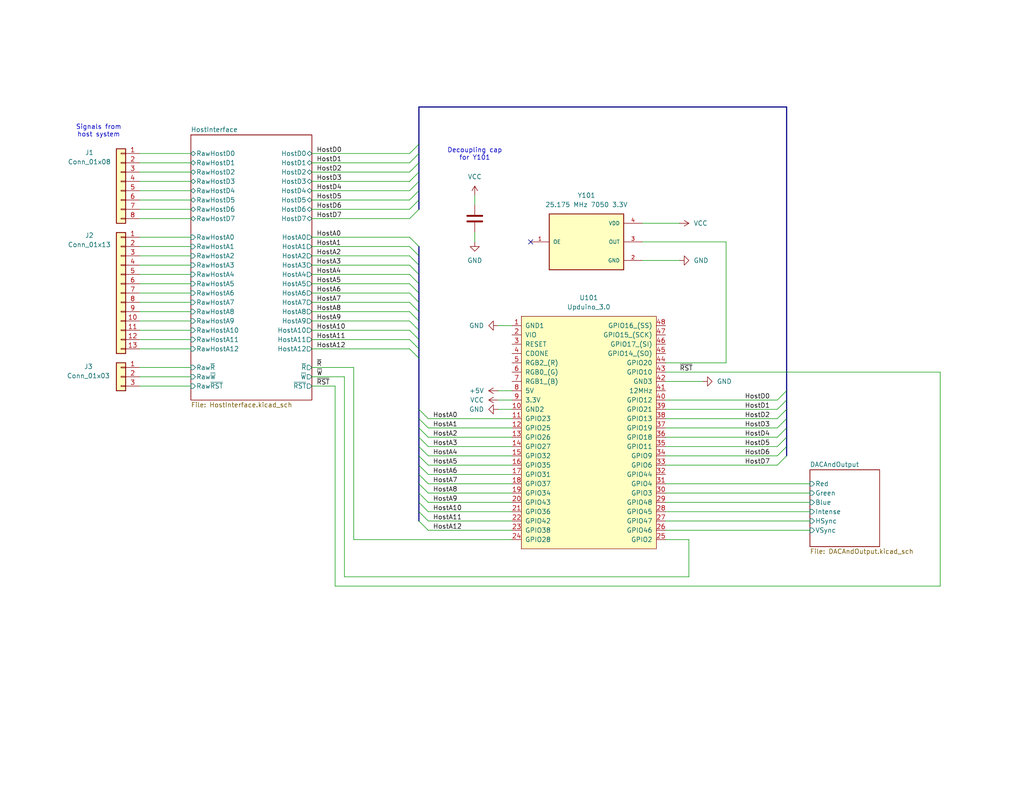
<source format=kicad_sch>
(kicad_sch (version 20250114) (generator "eeschema") (generator_version "9.0")
  (paper "USLetter")
  (title_block (title "FPGA text display") (company "daveho hacks"))
  (lib_symbols
    (symbol "Connector_Generic:Conn_01x03" (pin_names (offset 1.016) (hide yes))
      (property "Reference" "J" (at 0 5.08 0))
      (property "Value" "Conn_01x03" (at 0 -5.08 0))
      (symbol "Conn_01x03_1_1"
        (rectangle (start -1.27 3.81) (end 1.27 -3.81) (stroke (width 0.254)) (fill (type background)))
        (rectangle (start -1.27 2.667) (end 0 2.413) (stroke (width 0.1524)))
        (rectangle (start -1.27 0.127) (end 0 -0.127) (stroke (width 0.1524)))
        (rectangle (start -1.27 -2.413) (end 0 -2.667) (stroke (width 0.1524)))
        (pin passive line (at -5.08 2.54 0) (length 3.81) (name "Pin_1") (number "1"))
        (pin passive line (at -5.08 0 0) (length 3.81) (name "Pin_2") (number "2"))
        (pin passive line (at -5.08 -2.54 0) (length 3.81) (name "Pin_3") (number "3"))
      )
    )
    (symbol "Connector_Generic:Conn_01x08" (pin_names (offset 1.016) (hide yes))
      (property "Reference" "J" (at 0 10.16 0))
      (property "Value" "Conn_01x08" (at 0 -12.7 0))
      (symbol "Conn_01x08_1_1"
        (rectangle (start -1.27 8.89) (end 1.27 -11.43) (stroke (width 0.254)) (fill (type background)))
        (rectangle (start -1.27 7.747) (end 0 7.493) (stroke (width 0.1524)))
        (rectangle (start -1.27 5.207) (end 0 4.953) (stroke (width 0.1524)))
        (rectangle (start -1.27 2.667) (end 0 2.413) (stroke (width 0.1524)))
        (rectangle (start -1.27 0.127) (end 0 -0.127) (stroke (width 0.1524)))
        (rectangle (start -1.27 -2.413) (end 0 -2.667) (stroke (width 0.1524)))
        (rectangle (start -1.27 -4.953) (end 0 -5.207) (stroke (width 0.1524)))
        (rectangle (start -1.27 -7.493) (end 0 -7.747) (stroke (width 0.1524)))
        (rectangle (start -1.27 -10.033) (end 0 -10.287) (stroke (width 0.1524)))
        (pin passive line (at -5.08 7.62 0) (length 3.81) (name "Pin_1") (number "1"))
        (pin passive line (at -5.08 5.08 0) (length 3.81) (name "Pin_2") (number "2"))
        (pin passive line (at -5.08 2.54 0) (length 3.81) (name "Pin_3") (number "3"))
        (pin passive line (at -5.08 0 0) (length 3.81) (name "Pin_4") (number "4"))
        (pin passive line (at -5.08 -2.54 0) (length 3.81) (name "Pin_5") (number "5"))
        (pin passive line (at -5.08 -5.08 0) (length 3.81) (name "Pin_6") (number "6"))
        (pin passive line (at -5.08 -7.62 0) (length 3.81) (name "Pin_7") (number "7"))
        (pin passive line (at -5.08 -10.16 0) (length 3.81) (name "Pin_8") (number "8"))
      )
    )
    (symbol "Connector_Generic:Conn_01x13" (pin_names (offset 1.016) (hide yes))
      (property "Reference" "J" (at 0 17.78 0))
      (property "Value" "Conn_01x13" (at 0 -17.78 0))
      (symbol "Conn_01x13_1_1"
        (rectangle (start -1.27 16.51) (end 1.27 -16.51) (stroke (width 0.254)) (fill (type background)))
        (rectangle (start -1.27 15.367) (end 0 15.113) (stroke (width 0.1524)))
        (rectangle (start -1.27 12.827) (end 0 12.573) (stroke (width 0.1524)))
        (rectangle (start -1.27 10.287) (end 0 10.033) (stroke (width 0.1524)))
        (rectangle (start -1.27 7.747) (end 0 7.493) (stroke (width 0.1524)))
        (rectangle (start -1.27 5.207) (end 0 4.953) (stroke (width 0.1524)))
        (rectangle (start -1.27 2.667) (end 0 2.413) (stroke (width 0.1524)))
        (rectangle (start -1.27 0.127) (end 0 -0.127) (stroke (width 0.1524)))
        (rectangle (start -1.27 -2.413) (end 0 -2.667) (stroke (width 0.1524)))
        (rectangle (start -1.27 -4.953) (end 0 -5.207) (stroke (width 0.1524)))
        (rectangle (start -1.27 -7.493) (end 0 -7.747) (stroke (width 0.1524)))
        (rectangle (start -1.27 -10.033) (end 0 -10.287) (stroke (width 0.1524)))
        (rectangle (start -1.27 -12.573) (end 0 -12.827) (stroke (width 0.1524)))
        (rectangle (start -1.27 -15.113) (end 0 -15.367) (stroke (width 0.1524)))
        (pin passive line (at -5.08 15.24 0) (length 3.81) (name "Pin_1") (number "1"))
        (pin passive line (at -5.08 12.7 0) (length 3.81) (name "Pin_2") (number "2"))
        (pin passive line (at -5.08 10.16 0) (length 3.81) (name "Pin_3") (number "3"))
        (pin passive line (at -5.08 7.62 0) (length 3.81) (name "Pin_4") (number "4"))
        (pin passive line (at -5.08 5.08 0) (length 3.81) (name "Pin_5") (number "5"))
        (pin passive line (at -5.08 2.54 0) (length 3.81) (name "Pin_6") (number "6"))
        (pin passive line (at -5.08 0 0) (length 3.81) (name "Pin_7") (number "7"))
        (pin passive line (at -5.08 -2.54 0) (length 3.81) (name "Pin_8") (number "8"))
        (pin passive line (at -5.08 -5.08 0) (length 3.81) (name "Pin_9") (number "9"))
        (pin passive line (at -5.08 -7.62 0) (length 3.81) (name "Pin_10") (number "10"))
        (pin passive line (at -5.08 -10.16 0) (length 3.81) (name "Pin_11") (number "11"))
        (pin passive line (at -5.08 -12.7 0) (length 3.81) (name "Pin_12") (number "12"))
        (pin passive line (at -5.08 -15.24 0) (length 3.81) (name "Pin_13") (number "13"))
      )
    )
    (symbol "Device:C" (pin_numbers (hide yes)) (pin_names (offset 0.254))
      (property "Reference" "C" (at 0.635 2.54 0))
      (property "Value" "C" (at 0.635 -2.54 0))
      (symbol "C_0_1"
        (polyline (pts (xy -2.032 0.762) (xy 2.032 0.762)) (stroke (width 0.508)))
        (polyline (pts (xy -2.032 -0.762) (xy 2.032 -0.762)) (stroke (width 0.508)))
      )
      (symbol "C_1_1"
        (pin passive line (at 0 3.81 270) (length 2.794) (name "~") (number "1"))
        (pin passive line (at 0 -3.81 90) (length 2.794) (name "~") (number "2"))
      )
    )
    (symbol "SIT8208AI-8F-33E-14.745600Y:SIT8208AI-8F-33E-14.745600Y" (pin_names (offset 1.016))
      (property "Reference" "Y" (at -10.16 8.128 0))
      (property "Value" "SIT8208AI-8F-33E-14.745600Y" (at -10.16 -10.16 0))
      (symbol "SIT8208AI-8F-33E-14.745600Y_0_0"
        (rectangle (start -10.16 -7.62) (end 10.16 7.62) (stroke (width 0.254)) (fill (type background)))
        (pin input line (at -15.24 0 0) (length 5.08) (name "OE") (number "1"))
        (pin power_in line (at 15.24 5.08 180) (length 5.08) (name "VDD") (number "4"))
        (pin output line (at 15.24 0 180) (length 5.08) (name "OUT") (number "3"))
        (pin power_in line (at 15.24 -5.08 180) (length 5.08) (name "GND") (number "2"))
      )
    )
    (symbol "Upduino_3.0:Upduino_3.0" (pin_names (offset 1.016))
      (property "Reference" "U" (at 0 -1.27 0))
      (property "Value" "Upduino_3.0" (at 0 1.27 0))
      (symbol "Upduino_3.0_0_1"
        (rectangle (start -19.05 -2.54) (end 17.78 -66.04) (fill (type background)))
      )
      (symbol "Upduino_3.0_1_1"
        (pin power_in line (at -21.59 -5.08 0) (length 2.54) (name "GND1") (number "1"))
        (pin power_in line (at -21.59 -7.62 0) (length 2.54) (name "VIO") (number "2"))
        (pin bidirectional line (at -21.59 -10.16 0) (length 2.54) (name "RESET") (number "3"))
        (pin bidirectional line (at -21.59 -12.7 0) (length 2.54) (name "CDONE") (number "4"))
        (pin output line (at -21.59 -15.24 0) (length 2.54) (name "RGB2_(R)") (number "5"))
        (pin output line (at -21.59 -17.78 0) (length 2.54) (name "RGB0_(G)") (number "6"))
        (pin output line (at -21.59 -20.32 0) (length 2.54) (name "RGB1_(B)") (number "7"))
        (pin power_in line (at -21.59 -22.86 0) (length 2.54) (name "5V") (number "8"))
        (pin power_out line (at -21.59 -25.4 0) (length 2.54) (name "3.3V") (number "9"))
        (pin power_in line (at -21.59 -27.94 0) (length 2.54) (name "GND2") (number "10"))
        (pin bidirectional line (at -21.59 -30.48 0) (length 2.54) (name "GPIO23") (number "11"))
        (pin bidirectional line (at -21.59 -33.02 0) (length 2.54) (name "GPIO25") (number "12"))
        (pin bidirectional line (at -21.59 -35.56 0) (length 2.54) (name "GPIO26") (number "13"))
        (pin bidirectional line (at -21.59 -38.1 0) (length 2.54) (name "GPIO27") (number "14"))
        (pin bidirectional line (at -21.59 -40.64 0) (length 2.54) (name "GPIO32") (number "15"))
        (pin bidirectional line (at -21.59 -43.18 0) (length 2.54) (name "GPIO35") (number "16"))
        (pin bidirectional line (at -21.59 -45.72 0) (length 2.54) (name "GPIO31") (number "17"))
        (pin bidirectional line (at -21.59 -48.26 0) (length 2.54) (name "GPIO37") (number "18"))
        (pin bidirectional line (at -21.59 -50.8 0) (length 2.54) (name "GPIO34") (number "19"))
        (pin bidirectional line (at -21.59 -53.34 0) (length 2.54) (name "GPIO43") (number "20"))
        (pin bidirectional line (at -21.59 -55.88 0) (length 2.54) (name "GPIO36") (number "21"))
        (pin bidirectional line (at -21.59 -58.42 0) (length 2.54) (name "GPIO42") (number "22"))
        (pin bidirectional line (at -21.59 -60.96 0) (length 2.54) (name "GPIO38") (number "23"))
        (pin bidirectional line (at -21.59 -63.5 0) (length 2.54) (name "GPIO28") (number "24"))
        (pin bidirectional line (at 20.32 -5.08 180) (length 2.54) (name "GPIO16_(SS)") (number "48"))
        (pin bidirectional line (at 20.32 -7.62 180) (length 2.54) (name "GPIO15_(SCK)") (number "47"))
        (pin bidirectional line (at 20.32 -10.16 180) (length 2.54) (name "GPIO17_(SI)") (number "46"))
        (pin bidirectional line (at 20.32 -12.7 180) (length 2.54) (name "GPIO14_(SO)") (number "45"))
        (pin bidirectional line (at 20.32 -15.24 180) (length 2.54) (name "GPIO20") (number "44"))
        (pin bidirectional line (at 20.32 -17.78 180) (length 2.54) (name "GPIO10") (number "43"))
        (pin power_in line (at 20.32 -20.32 180) (length 2.54) (name "GND3") (number "42"))
        (pin output line (at 20.32 -22.86 180) (length 2.54) (name "12MHz") (number "41"))
        (pin bidirectional line (at 20.32 -25.4 180) (length 2.54) (name "GPIO12") (number "40"))
        (pin bidirectional line (at 20.32 -27.94 180) (length 2.54) (name "GPIO21") (number "39"))
        (pin bidirectional line (at 20.32 -30.48 180) (length 2.54) (name "GPIO13") (number "38"))
        (pin bidirectional line (at 20.32 -33.02 180) (length 2.54) (name "GPIO19") (number "37"))
        (pin bidirectional line (at 20.32 -35.56 180) (length 2.54) (name "GPIO18") (number "36"))
        (pin bidirectional line (at 20.32 -38.1 180) (length 2.54) (name "GPIO11") (number "35"))
        (pin bidirectional line (at 20.32 -40.64 180) (length 2.54) (name "GPIO9") (number "34"))
        (pin bidirectional line (at 20.32 -43.18 180) (length 2.54) (name "GPIO6") (number "33"))
        (pin bidirectional line (at 20.32 -45.72 180) (length 2.54) (name "GPIO44") (number "32"))
        (pin bidirectional line (at 20.32 -48.26 180) (length 2.54) (name "GPIO4") (number "31"))
        (pin bidirectional line (at 20.32 -50.8 180) (length 2.54) (name "GPIO3") (number "30"))
        (pin bidirectional line (at 20.32 -53.34 180) (length 2.54) (name "GPIO48") (number "29"))
        (pin bidirectional line (at 20.32 -55.88 180) (length 2.54) (name "GPIO45") (number "28"))
        (pin bidirectional line (at 20.32 -58.42 180) (length 2.54) (name "GPIO47") (number "27"))
        (pin bidirectional line (at 20.32 -60.96 180) (length 2.54) (name "GPIO46") (number "26"))
        (pin bidirectional line (at 20.32 -63.5 180) (length 2.54) (name "GPIO2") (number "25"))
      )
    )
    (symbol "power:+5V" (power) (pin_numbers (hide yes)) (pin_names (offset 0) (hide yes))
      (property "Value" "+5V" (at 0 3.556 0))
      (symbol "+5V_0_1"
        (polyline (pts (xy -0.762 1.27) (xy 0 2.54)))
        (polyline (pts (xy 0 2.54) (xy 0.762 1.27)))
        (polyline (pts (xy 0 0) (xy 0 2.54)))
      )
      (symbol "+5V_1_1"
        (pin power_in line (at 0 0 90) (length 0) (name "~") (number "1"))
      )
    )
    (symbol "power:GND" (power) (pin_numbers (hide yes)) (pin_names (offset 0) (hide yes))
      (property "Value" "GND" (at 0 -3.81 0))
      (symbol "GND_0_1"
        (polyline (pts (xy 0 0) (xy 0 -1.27) (xy 1.27 -1.27) (xy 0 -2.54) (xy -1.27 -1.27) (xy 0 -1.27)))
      )
      (symbol "GND_1_1"
        (pin power_in line (at 0 0 270) (length 0) (name "~") (number "1"))
      )
    )
    (symbol "power:VCC" (power) (pin_numbers (hide yes)) (pin_names (offset 0) (hide yes))
      (property "Value" "VCC" (at 0 3.556 0))
      (symbol "VCC_0_1"
        (polyline (pts (xy -0.762 1.27) (xy 0 2.54)))
        (polyline (pts (xy 0 2.54) (xy 0.762 1.27)))
        (polyline (pts (xy 0 0) (xy 0 2.54)))
      )
      (symbol "VCC_1_1"
        (pin power_in line (at 0 0 90) (length 0) (name "~") (number "1"))
      )
    )
  )
  (text "Signals from\nhost system" (at 26.924 35.814 0) (effects (font (size 1.27 1.27))))
  (text "Decoupling cap\nfor Y101" (at 129.54 42.164 0) (effects (font (size 1.27 1.27))))
  (no_connect (at 144.78 66.04))
  (bus_entry (at 114.3 132.08) (size 2.54 2.54))
  (bus_entry (at 111.76 85.09) (size 2.54 2.54))
  (bus_entry (at 212.09 127) (size 2.54 -2.54))
  (bus_entry (at 114.3 116.84) (size 2.54 2.54))
  (bus_entry (at 111.76 69.85) (size 2.54 2.54))
  (bus_entry (at 114.3 124.46) (size 2.54 2.54))
  (bus_entry (at 114.3 142.24) (size 2.54 2.54))
  (bus_entry (at 212.09 119.38) (size 2.54 -2.54))
  (bus_entry (at 111.76 44.45) (size 2.54 -2.54))
  (bus_entry (at 212.09 109.22) (size 2.54 -2.54))
  (bus_entry (at 111.76 41.91) (size 2.54 -2.54))
  (bus_entry (at 111.76 52.07) (size 2.54 -2.54))
  (bus_entry (at 111.76 87.63) (size 2.54 2.54))
  (bus_entry (at 111.76 57.15) (size 2.54 -2.54))
  (bus_entry (at 111.76 49.53) (size 2.54 -2.54))
  (bus_entry (at 212.09 121.92) (size 2.54 -2.54))
  (bus_entry (at 111.76 54.61) (size 2.54 -2.54))
  (bus_entry (at 114.3 139.7) (size 2.54 2.54))
  (bus_entry (at 111.76 80.01) (size 2.54 2.54))
  (bus_entry (at 114.3 121.92) (size 2.54 2.54))
  (bus_entry (at 111.76 92.71) (size 2.54 2.54))
  (bus_entry (at 111.76 95.25) (size 2.54 2.54))
  (bus_entry (at 111.76 72.39) (size 2.54 2.54))
  (bus_entry (at 212.09 116.84) (size 2.54 -2.54))
  (bus_entry (at 114.3 111.76) (size 2.54 2.54))
  (bus_entry (at 114.3 137.16) (size 2.54 2.54))
  (bus_entry (at 111.76 67.31) (size 2.54 2.54))
  (bus_entry (at 114.3 119.38) (size 2.54 2.54))
  (bus_entry (at 111.76 64.77) (size 2.54 2.54))
  (bus_entry (at 111.76 90.17) (size 2.54 2.54))
  (bus_entry (at 114.3 127) (size 2.54 2.54))
  (bus_entry (at 212.09 114.3) (size 2.54 -2.54))
  (bus_entry (at 212.09 124.46) (size 2.54 -2.54))
  (bus_entry (at 114.3 114.3) (size 2.54 2.54))
  (bus_entry (at 111.76 82.55) (size 2.54 2.54))
  (bus_entry (at 111.76 59.69) (size 2.54 -2.54))
  (bus_entry (at 111.76 74.93) (size 2.54 2.54))
  (bus_entry (at 114.3 134.62) (size 2.54 2.54))
  (bus_entry (at 111.76 77.47) (size 2.54 2.54))
  (bus_entry (at 114.3 129.54) (size 2.54 2.54))
  (bus_entry (at 212.09 111.76) (size 2.54 -2.54))
  (bus_entry (at 111.76 46.99) (size 2.54 -2.54))
  (wire (pts (xy 181.61 127) (xy 212.09 127)))
  (wire (pts (xy 85.09 57.15) (xy 111.76 57.15)))
  (bus (pts (xy 114.3 67.31) (xy 114.3 69.85)))
  (wire (pts (xy 38.1 87.63) (xy 52.07 87.63)))
  (wire (pts (xy 93.98 157.48) (xy 187.96 157.48)))
  (bus (pts (xy 114.3 46.99) (xy 114.3 44.45)))
  (wire (pts (xy 85.09 87.63) (xy 111.76 87.63)))
  (wire (pts (xy 38.1 80.01) (xy 52.07 80.01)))
  (wire (pts (xy 96.52 100.33) (xy 96.52 147.32)))
  (wire (pts (xy 181.61 116.84) (xy 212.09 116.84)))
  (wire (pts (xy 85.09 72.39) (xy 111.76 72.39)))
  (bus (pts (xy 114.3 97.79) (xy 114.3 111.76)))
  (wire (pts (xy 181.61 109.22) (xy 212.09 109.22)))
  (wire (pts (xy 38.1 77.47) (xy 52.07 77.47)))
  (bus (pts (xy 114.3 29.21) (xy 214.63 29.21)))
  (wire (pts (xy 85.09 77.47) (xy 111.76 77.47)))
  (bus (pts (xy 114.3 132.08) (xy 114.3 129.54)))
  (wire (pts (xy 38.1 49.53) (xy 52.07 49.53)))
  (bus (pts (xy 114.3 95.25) (xy 114.3 97.79)))
  (bus (pts (xy 214.63 119.38) (xy 214.63 116.84)))
  (bus (pts (xy 214.63 114.3) (xy 214.63 111.76)))
  (wire (pts (xy 185.42 71.12) (xy 175.26 71.12)))
  (wire (pts (xy 38.1 102.87) (xy 52.07 102.87)))
  (bus (pts (xy 114.3 129.54) (xy 114.3 127)))
  (wire (pts (xy 85.09 100.33) (xy 96.52 100.33)))
  (wire (pts (xy 175.26 60.96) (xy 185.42 60.96)))
  (wire (pts (xy 116.84 137.16) (xy 139.7 137.16)))
  (wire (pts (xy 91.44 105.41) (xy 91.44 160.02)))
  (wire (pts (xy 38.1 67.31) (xy 52.07 67.31)))
  (wire (pts (xy 187.96 157.48) (xy 187.96 147.32)))
  (bus (pts (xy 114.3 69.85) (xy 114.3 72.39)))
  (wire (pts (xy 135.89 111.76) (xy 139.7 111.76)))
  (wire (pts (xy 181.61 114.3) (xy 212.09 114.3)))
  (bus (pts (xy 114.3 121.92) (xy 114.3 119.38)))
  (wire (pts (xy 256.54 101.6) (xy 256.54 160.02)))
  (wire (pts (xy 85.09 90.17) (xy 111.76 90.17)))
  (bus (pts (xy 214.63 116.84) (xy 214.63 114.3)))
  (wire (pts (xy 38.1 52.07) (xy 52.07 52.07)))
  (bus (pts (xy 114.3 119.38) (xy 114.3 116.84)))
  (bus (pts (xy 114.3 39.37) (xy 114.3 29.21)))
  (wire (pts (xy 116.84 139.7) (xy 139.7 139.7)))
  (wire (pts (xy 85.09 54.61) (xy 111.76 54.61)))
  (wire (pts (xy 116.84 121.92) (xy 139.7 121.92)))
  (wire (pts (xy 135.89 109.22) (xy 139.7 109.22)))
  (wire (pts (xy 38.1 64.77) (xy 52.07 64.77)))
  (wire (pts (xy 85.09 52.07) (xy 111.76 52.07)))
  (wire (pts (xy 38.1 41.91) (xy 52.07 41.91)))
  (bus (pts (xy 114.3 82.55) (xy 114.3 85.09)))
  (bus (pts (xy 214.63 29.21) (xy 214.63 106.68)))
  (wire (pts (xy 91.44 160.02) (xy 256.54 160.02)))
  (wire (pts (xy 85.09 74.93) (xy 111.76 74.93)))
  (wire (pts (xy 181.61 124.46) (xy 212.09 124.46)))
  (wire (pts (xy 85.09 46.99) (xy 111.76 46.99)))
  (wire (pts (xy 85.09 95.25) (xy 111.76 95.25)))
  (wire (pts (xy 116.84 114.3) (xy 139.7 114.3)))
  (wire (pts (xy 38.1 82.55) (xy 52.07 82.55)))
  (bus (pts (xy 114.3 116.84) (xy 114.3 114.3)))
  (bus (pts (xy 114.3 74.93) (xy 114.3 77.47)))
  (wire (pts (xy 116.84 134.62) (xy 139.7 134.62)))
  (wire (pts (xy 198.12 99.06) (xy 198.12 66.04)))
  (bus (pts (xy 114.3 134.62) (xy 114.3 132.08)))
  (wire (pts (xy 96.52 147.32) (xy 139.7 147.32)))
  (wire (pts (xy 85.09 67.31) (xy 111.76 67.31)))
  (wire (pts (xy 116.84 129.54) (xy 139.7 129.54)))
  (bus (pts (xy 114.3 72.39) (xy 114.3 74.93)))
  (wire (pts (xy 181.61 144.78) (xy 220.98 144.78)))
  (wire (pts (xy 38.1 74.93) (xy 52.07 74.93)))
  (wire (pts (xy 85.09 85.09) (xy 111.76 85.09)))
  (bus (pts (xy 114.3 124.46) (xy 114.3 121.92)))
  (wire (pts (xy 85.09 92.71) (xy 111.76 92.71)))
  (bus (pts (xy 114.3 142.24) (xy 114.3 139.7)))
  (bus (pts (xy 114.3 85.09) (xy 114.3 87.63)))
  (wire (pts (xy 116.84 119.38) (xy 139.7 119.38)))
  (wire (pts (xy 181.61 111.76) (xy 212.09 111.76)))
  (bus (pts (xy 214.63 109.22) (xy 214.63 106.68)))
  (wire (pts (xy 85.09 49.53) (xy 111.76 49.53)))
  (wire (pts (xy 85.09 64.77) (xy 111.76 64.77)))
  (bus (pts (xy 114.3 139.7) (xy 114.3 137.16)))
  (wire (pts (xy 85.09 59.69) (xy 111.76 59.69)))
  (bus (pts (xy 214.63 111.76) (xy 214.63 109.22)))
  (wire (pts (xy 181.61 99.06) (xy 198.12 99.06)))
  (bus (pts (xy 114.3 49.53) (xy 114.3 46.99)))
  (wire (pts (xy 38.1 46.99) (xy 52.07 46.99)))
  (wire (pts (xy 85.09 82.55) (xy 111.76 82.55)))
  (wire (pts (xy 181.61 101.6) (xy 256.54 101.6)))
  (wire (pts (xy 38.1 57.15) (xy 52.07 57.15)))
  (bus (pts (xy 114.3 137.16) (xy 114.3 134.62)))
  (wire (pts (xy 116.84 144.78) (xy 139.7 144.78)))
  (wire (pts (xy 38.1 92.71) (xy 52.07 92.71)))
  (wire (pts (xy 38.1 44.45) (xy 52.07 44.45)))
  (wire (pts (xy 181.61 132.08) (xy 220.98 132.08)))
  (wire (pts (xy 181.61 119.38) (xy 212.09 119.38)))
  (wire (pts (xy 116.84 124.46) (xy 139.7 124.46)))
  (bus (pts (xy 114.3 80.01) (xy 114.3 82.55)))
  (wire (pts (xy 38.1 90.17) (xy 52.07 90.17)))
  (bus (pts (xy 114.3 52.07) (xy 114.3 49.53)))
  (wire (pts (xy 187.96 147.32) (xy 181.61 147.32)))
  (bus (pts (xy 114.3 44.45) (xy 114.3 41.91)))
  (wire (pts (xy 116.84 116.84) (xy 139.7 116.84)))
  (wire (pts (xy 38.1 85.09) (xy 52.07 85.09)))
  (wire (pts (xy 181.61 142.24) (xy 220.98 142.24)))
  (wire (pts (xy 38.1 95.25) (xy 52.07 95.25)))
  (wire (pts (xy 85.09 80.01) (xy 111.76 80.01)))
  (wire (pts (xy 181.61 121.92) (xy 212.09 121.92)))
  (wire (pts (xy 129.54 63.5) (xy 129.54 66.04)))
  (wire (pts (xy 38.1 100.33) (xy 52.07 100.33)))
  (wire (pts (xy 135.89 88.9) (xy 139.7 88.9)))
  (wire (pts (xy 116.84 132.08) (xy 139.7 132.08)))
  (bus (pts (xy 214.63 121.92) (xy 214.63 119.38)))
  (wire (pts (xy 198.12 66.04) (xy 175.26 66.04)))
  (wire (pts (xy 181.61 139.7) (xy 220.98 139.7)))
  (wire (pts (xy 116.84 142.24) (xy 139.7 142.24)))
  (wire (pts (xy 129.54 53.34) (xy 129.54 55.88)))
  (wire (pts (xy 85.09 105.41) (xy 91.44 105.41)))
  (wire (pts (xy 85.09 41.91) (xy 111.76 41.91)))
  (bus (pts (xy 114.3 41.91) (xy 114.3 39.37)))
  (bus (pts (xy 114.3 87.63) (xy 114.3 90.17)))
  (wire (pts (xy 93.98 102.87) (xy 93.98 157.48)))
  (wire (pts (xy 85.09 102.87) (xy 93.98 102.87)))
  (wire (pts (xy 85.09 69.85) (xy 111.76 69.85)))
  (bus (pts (xy 114.3 77.47) (xy 114.3 80.01)))
  (wire (pts (xy 191.77 104.14) (xy 181.61 104.14)))
  (bus (pts (xy 114.3 54.61) (xy 114.3 52.07)))
  (wire (pts (xy 38.1 59.69) (xy 52.07 59.69)))
  (wire (pts (xy 181.61 137.16) (xy 220.98 137.16)))
  (bus (pts (xy 114.3 114.3) (xy 114.3 111.76)))
  (bus (pts (xy 114.3 57.15) (xy 114.3 54.61)))
  (wire (pts (xy 85.09 44.45) (xy 111.76 44.45)))
  (bus (pts (xy 214.63 124.46) (xy 214.63 121.92)))
  (bus (pts (xy 114.3 127) (xy 114.3 124.46)))
  (wire (pts (xy 181.61 134.62) (xy 220.98 134.62)))
  (wire (pts (xy 38.1 105.41) (xy 52.07 105.41)))
  (wire (pts (xy 38.1 72.39) (xy 52.07 72.39)))
  (wire (pts (xy 116.84 127) (xy 139.7 127)))
  (bus (pts (xy 114.3 92.71) (xy 114.3 95.25)))
  (wire (pts (xy 38.1 54.61) (xy 52.07 54.61)))
  (wire (pts (xy 38.1 69.85) (xy 52.07 69.85)))
  (bus (pts (xy 114.3 90.17) (xy 114.3 92.71)))
  (wire (pts (xy 135.89 106.68) (xy 139.7 106.68)))
  (label "HostA6" (at 86.36 80.01 0))
  (label "HostD7" (at 86.36 59.69 0))
  (label "HostA5" (at 86.36 77.47 0))
  (label "HostA0" (at 118.11 114.3 0))
  (label "HostD3" (at 86.36 49.53 0))
  (label "HostA4" (at 118.11 124.46 0))
  (label "HostA6" (at 118.11 129.54 0))
  (label "~{W}" (at 86.36 102.87 0))
  (label "HostD5" (at 86.36 54.61 0))
  (label "HostA7" (at 86.36 82.55 0))
  (label "HostA2" (at 118.11 119.38 0))
  (label "HostD4" (at 203.2 119.38 0))
  (label "HostD6" (at 203.2 124.46 0))
  (label "HostD5" (at 203.2 121.92 0))
  (label "HostA12" (at 86.36 95.25 0))
  (label "HostA1" (at 118.11 116.84 0))
  (label "HostA4" (at 86.36 74.93 0))
  (label "HostD0" (at 203.2 109.22 0))
  (label "HostD0" (at 86.36 41.91 0))
  (label "~{RST}" (at 86.36 105.41 0))
  (label "HostD4" (at 86.36 52.07 0))
  (label "HostA9" (at 86.36 87.63 0))
  (label "HostD7" (at 203.2 127 0))
  (label "HostD6" (at 86.36 57.15 0))
  (label "HostA8" (at 118.11 134.62 0))
  (label "HostA3" (at 118.11 121.92 0))
  (label "HostD2" (at 86.36 46.99 0))
  (label "HostA10" (at 118.11 139.7 0))
  (label "HostA7" (at 118.11 132.08 0))
  (label "HostA3" (at 86.36 72.39 0))
  (label "HostD3" (at 203.2 116.84 0))
  (label "HostA10" (at 86.36 90.17 0))
  (label "HostA2" (at 86.36 69.85 0))
  (label "~{RST}" (at 185.42 101.6 0))
  (label "HostA12" (at 118.11 144.78 0))
  (label "HostA11" (at 118.11 142.24 0))
  (label "HostD1" (at 203.2 111.76 0))
  (label "HostA1" (at 86.36 67.31 0))
  (label "HostA8" (at 86.36 85.09 0))
  (label "~{R}" (at 86.36 100.33 0))
  (label "HostA0" (at 86.36 64.77 0))
  (label "HostD2" (at 203.2 114.3 0))
  (label "HostA9" (at 118.11 137.16 0))
  (label "HostA5" (at 118.11 127 0))
  (label "HostD1" (at 86.36 44.45 0))
  (label "HostA11" (at 86.36 92.71 0))
  (symbol (lib_id "power:VCC") (at 185.42 60.96 270) (unit 1)
    (property "Reference" "#PWR04" (effects (hide yes)))
    (property "Value" "VCC" (at 189.23 60.9599 90) (effects (justify left)))
    (property "Description" "Power symbol creates a global label with name \"VCC\"" (effects (hide yes)))
  )
  (symbol (lib_id "Device:C") (at 129.54 59.69 0) (unit 1)
    (property "Reference" "C?" (effects (hide yes)))
    (property "Value" "100 nF" (effects (hide yes)))
    (property "Description" "Unpolarized capacitor" (effects (hide yes)))
  )
  (symbol (lib_id "power:GND") (at 135.89 111.76 270) (unit 1)
    (property "Reference" "#PWR03" (effects (hide yes)))
    (property "Value" "GND" (at 132.08 111.7599 90) (effects (justify right)))
    (property "Description" "Power symbol creates a global label with name \"GND\" , ground" (effects (hide yes)))
  )
  (symbol (lib_id "power:GND") (at 129.54 66.04 0) (unit 1)
    (property "Reference" "#PWR026" (effects (hide yes)))
    (property "Value" "GND" (at 129.54 71.12 0))
    (property "Description" "Power symbol creates a global label with name \"GND\" , ground" (effects (hide yes)))
  )
  (symbol (lib_id "Connector_Generic:Conn_01x13") (at 33.02 80.01 0) (mirror y) (unit 1)
    (property "Reference" "J2" (at 24.384 64.262 0))
    (property "Value" "Conn_01x13" (at 24.384 66.802 0))
    (property "Description" "Generic connector, single row, 01x13, script generated (kicad-library-utils/schlib/autogen/connector/)" (effects (hide yes)))
  )
  (symbol (lib_id "Connector_Generic:Conn_01x08") (at 33.02 49.53 0) (mirror y) (unit 1)
    (property "Reference" "J1" (at 24.384 41.656 0))
    (property "Value" "Conn_01x08" (at 24.384 44.196 0))
    (property "Description" "Generic connector, single row, 01x08, script generated (kicad-library-utils/schlib/autogen/connector/)" (effects (hide yes)))
  )
  (symbol (lib_id "power:VCC") (at 135.89 109.22 90) (unit 1)
    (property "Reference" "#PWR02" (effects (hide yes)))
    (property "Value" "VCC" (at 132.08 109.2199 90) (effects (justify left)))
    (property "Description" "Power symbol creates a global label with name \"VCC\"" (effects (hide yes)))
  )
  (symbol (lib_id "Connector_Generic:Conn_01x03") (at 33.02 102.87 0) (mirror y) (unit 1)
    (property "Reference" "J3" (at 24.13 100.076 0))
    (property "Value" "Conn_01x03" (at 24.13 102.616 0))
    (property "Description" "Generic connector, single row, 01x03, script generated (kicad-library-utils/schlib/autogen/connector/)" (effects (hide yes)))
  )
  (symbol (lib_id "SIT8208AI-8F-33E-14.745600Y:SIT8208AI-8F-33E-14.745600Y") (at 160.02 66.04 0) (unit 1)
    (property "Reference" "Y101" (at 160.02 53.34 0))
    (property "Value" "25.175 MHz 7050 3.3V" (at 160.02 55.88 0))
    (property "Footprint" "SIT8208AI-8F-33E-14.745600Y:OSC_SIT8208AI-8F-33E-14.745600Y" (effects (hide yes)))
    (property "MF" "SiTime" (effects (hide yes)))
    (property "MAXIMUM_PACKAGE_HEIGHT" "1.0 mm" (effects (hide yes)))
    (property "Package" "NON STANDARD-4 Rochester Electronics" (effects (hide yes)))
    (property "Price" "None" (effects (hide yes)))
    (property "Check_prices" "https://www.snapeda.com/parts/SIT8208AI-8F-33E-14.745600Y/SiTime/view-part/?ref=eda" (effects (hide yes)))
    (property "STANDARD" "Manufacturer Recommendations" (effects (hide yes)))
    (property "PARTREV" "NA" (effects (hide yes)))
    (property "SnapEDA_Link" "https://www.snapeda.com/parts/SIT8208AI-8F-33E-14.745600Y/SiTime/view-part/?ref=snap" (effects (hide yes)))
    (property "MP" "SIT8208AI-8F-33E-14.745600Y" (effects (hide yes)))
    (property "Description_1" "\n14.7456 MHz XO (Standard) LVCMOS, LVTTL Oscillator 3.3V Enable/Disable 4-SMD, No Lead\n" (effects (hide yes)))
    (property "Availability" "In Stock" (effects (hide yes)))
    (property "MANUFACTURER" "SITIME" (effects (hide yes)))
  )
  (symbol (lib_id "power:GND") (at 135.89 88.9 270) (unit 1)
    (property "Reference" "#PWR01" (effects (hide yes)))
    (property "Value" "GND" (at 132.08 88.8999 90) (effects (justify right)))
    (property "Description" "Power symbol creates a global label with name \"GND\" , ground" (effects (hide yes)))
  )
  (symbol (lib_id "power:GND") (at 191.77 104.14 90) (unit 1)
    (property "Reference" "#PWR06" (effects (hide yes)))
    (property "Value" "GND" (at 195.58 104.1401 90) (effects (justify right)))
    (property "Description" "Power symbol creates a global label with name \"GND\" , ground" (effects (hide yes)))
  )
  (symbol (lib_id "power:+5V") (at 135.89 106.68 90) (unit 1)
    (property "Reference" "#PWR07" (effects (hide yes)))
    (property "Value" "+5V" (at 132.08 106.6799 90) (effects (justify left)))
    (property "Description" "Power symbol creates a global label with name \"+5V\"" (effects (hide yes)))
  )
  (symbol (lib_id "power:VCC") (at 129.54 53.34 0) (unit 1)
    (property "Reference" "#PWR025" (effects (hide yes)))
    (property "Value" "VCC" (at 129.54 48.26 0))
    (property "Description" "Power symbol creates a global label with name \"VCC\"" (effects (hide yes)))
  )
  (symbol (lib_id "power:GND") (at 185.42 71.12 90) (unit 1)
    (property "Reference" "#PWR05" (effects (hide yes)))
    (property "Value" "GND" (at 189.23 71.1201 90) (effects (justify right)))
    (property "Description" "Power symbol creates a global label with name \"GND\" , ground" (effects (hide yes)))
  )
  (symbol (lib_id "Upduino_3.0:Upduino_3.0") (at 161.29 83.82 0) (unit 1)
    (property "Reference" "U101" (at 160.655 81.28 0))
    (property "Value" "Upduino_3.0" (at 160.655 83.82 0))
  )
  (sheet (at 220.98 128.27) (size 19.05 20.955) (stroke (width 0.1524))
    (property "Sheetname" "DACAndOutput" (at 220.98 127.5584 0) (effects (justify left bottom)))
    (property "Sheetfile" "DACAndOutput.kicad_sch" (at 220.98 149.8096 0) (effects (justify left top)))
    (pin "Red" input (at 220.98 132.08 180))
    (pin "Green" input (at 220.98 134.62 180))
    (pin "Blue" input (at 220.98 137.16 180))
    (pin "Intense" input (at 220.98 139.7 180))
    (pin "HSync" input (at 220.98 142.24 180))
    (pin "VSync" input (at 220.98 144.78 180))
  )
  (sheet (at 52.07 36.83) (size 33.02 72.39) (stroke (width 0.1524))
    (property "Sheetname" "HostInterface" (at 52.07 36.1184 0) (effects (justify left bottom)))
    (property "Sheetfile" "HostInterface.kicad_sch" (at 52.07 109.8046 0) (effects (justify left top)))
    (pin "RawHostA11" input (at 52.07 92.71 180))
    (pin "RawHostA6" input (at 52.07 80.01 180))
    (pin "Raw~{R}" input (at 52.07 100.33 180))
    (pin "RawHostD6" bidirectional (at 52.07 57.15 180))
    (pin "RawHostD1" bidirectional (at 52.07 44.45 180))
    (pin "RawHostA5" input (at 52.07 77.47 180))
    (pin "RawHostA10" input (at 52.07 90.17 180))
    (pin "RawHostA2" input (at 52.07 69.85 180))
    (pin "RawHostA9" input (at 52.07 87.63 180))
    (pin "RawHostD7" bidirectional (at 52.07 59.69 180))
    (pin "RawHostA12" input (at 52.07 95.25 180))
    (pin "RawHostD3" bidirectional (at 52.07 49.53 180))
    (pin "RawHostA0" input (at 52.07 64.77 180))
    (pin "RawHostA4" input (at 52.07 74.93 180))
    (pin "RawHostD5" bidirectional (at 52.07 54.61 180))
    (pin "RawHostD4" bidirectional (at 52.07 52.07 180))
    (pin "RawHostD0" bidirectional (at 52.07 41.91 180))
    (pin "RawHostA1" input (at 52.07 67.31 180))
    (pin "RawHostA3" input (at 52.07 72.39 180))
    (pin "RawHostA7" input (at 52.07 82.55 180))
    (pin "RawHostD2" bidirectional (at 52.07 46.99 180))
    (pin "RawHostA8" input (at 52.07 85.09 180))
    (pin "Raw~{W}" input (at 52.07 102.87 180))
    (pin "HostD2" bidirectional (at 85.09 46.99 0))
    (pin "HostA1" output (at 85.09 67.31 0))
    (pin "HostD1" bidirectional (at 85.09 44.45 0))
    (pin "HostD0" bidirectional (at 85.09 41.91 0))
    (pin "HostA3" output (at 85.09 72.39 0))
    (pin "HostA0" output (at 85.09 64.77 0))
    (pin "HostD3" bidirectional (at 85.09 49.53 0))
    (pin "~{W}" output (at 85.09 102.87 0))
    (pin "HostA11" output (at 85.09 92.71 0))
    (pin "HostD5" bidirectional (at 85.09 54.61 0))
    (pin "HostD6" bidirectional (at 85.09 57.15 0))
    (pin "HostD4" bidirectional (at 85.09 52.07 0))
    (pin "HostA9" output (at 85.09 87.63 0))
    (pin "HostA8" output (at 85.09 85.09 0))
    (pin "HostD7" bidirectional (at 85.09 59.69 0))
    (pin "HostA2" output (at 85.09 69.85 0))
    (pin "HostA10" output (at 85.09 90.17 0))
    (pin "HostA6" output (at 85.09 80.01 0))
    (pin "HostA4" output (at 85.09 74.93 0))
    (pin "~{R}" output (at 85.09 100.33 0))
    (pin "HostA12" output (at 85.09 95.25 0))
    (pin "HostA7" output (at 85.09 82.55 0))
    (pin "HostA5" output (at 85.09 77.47 0))
    (pin "~{RST}" output (at 85.09 105.41 0))
    (pin "Raw~{RST}" input (at 52.07 105.41 180))
  )
)
</source>
